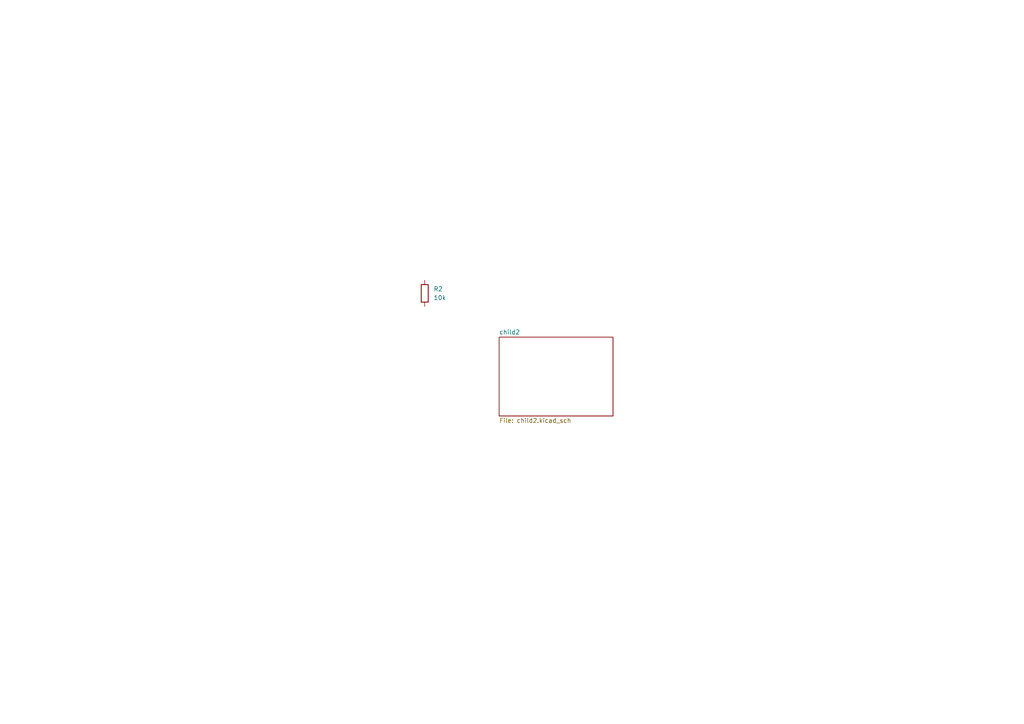
<source format=kicad_sch>
(kicad_sch (version 20250114) (generator "eeschema") (generator_version "9.0")
  (paper "A4")
  (lib_symbols
    (symbol "Device:R" (pin_numbers (hide yes)) (pin_names (offset 0))
      (property "Reference" "R" (at 2.032 0 90))
      (property "Value" "R" (at 0 0 90))
      (symbol "R_0_1"
        (rectangle (start -1.016 -2.54) (end 1.016 2.54) (stroke (width 0.254)))
      )
      (symbol "R_1_1"
        (pin passive line (at 0 3.81 270) (length 1.27) (name "~") (number "1"))
        (pin passive line (at 0 -3.81 90) (length 1.27) (name "~") (number "2"))
      )
    )
  )
  (symbol (lib_id "Device:R") (at 123.19 85.09 0) (unit 1)
    (property "Reference" "R2" (at 125.73 83.8199 0) (effects (justify left)))
    (property "Value" "10k" (at 125.73 86.3599 0) (effects (justify left)))
    (property "Footprint" "Resistor_SMD:R_0603_1608Metric" (effects (hide yes)))
    (property "Description" "Resistor" (effects (hide yes)))
  )
  (sheet (at 144.78 97.79) (size 33.02 22.86) (stroke (width 0.1524))
    (property "Sheetname" "child2" (at 144.78 97.0784 0) (effects (justify left bottom)))
    (property "Sheetfile" "child2.kicad_sch" (at 144.78 121.2346 0) (effects (justify left top)))
  )
)
</source>
